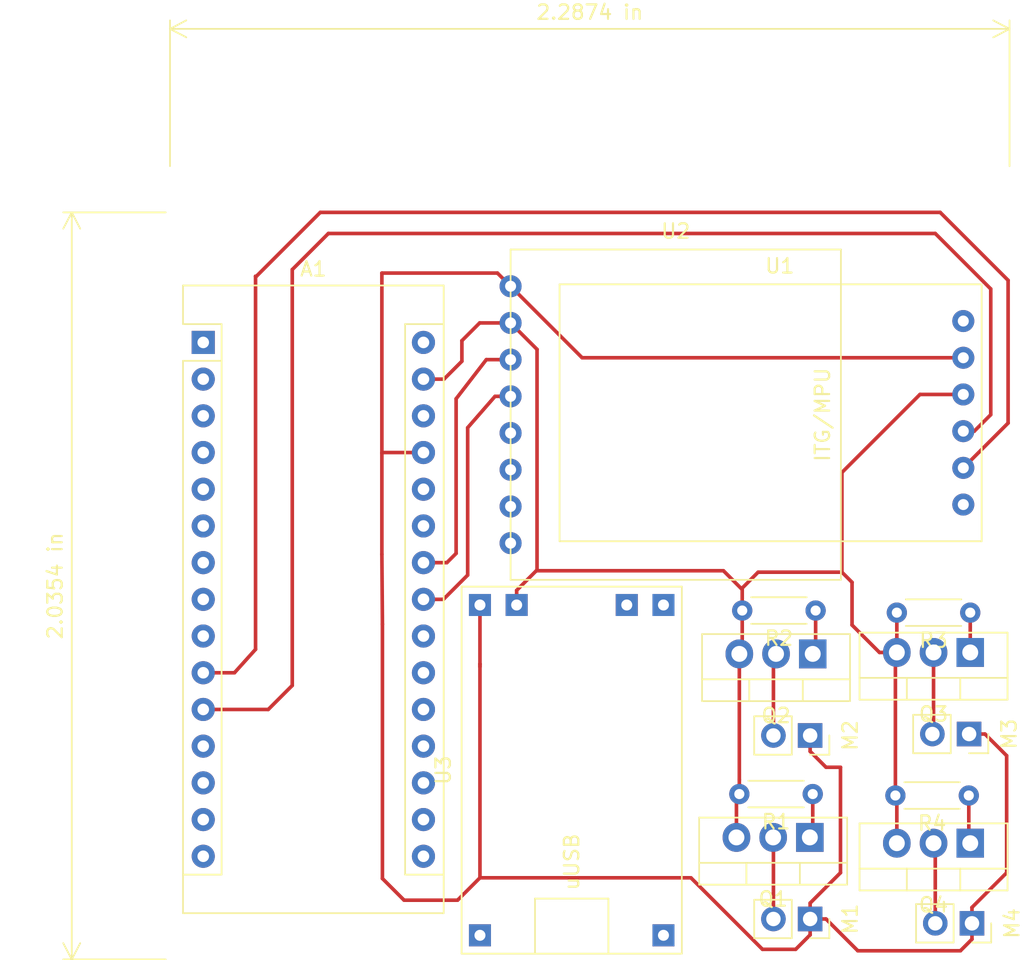
<source format=kicad_pcb>
(kicad_pcb (version 20171130) (host pcbnew "(5.1.2)-2")

  (general
    (thickness 1.6)
    (drawings 2)
    (tracks 116)
    (zones 0)
    (modules 16)
    (nets 49)
  )

  (page A4)
  (layers
    (0 F.Cu signal)
    (31 B.Cu signal hide)
    (32 B.Adhes user hide)
    (33 F.Adhes user hide)
    (34 B.Paste user hide)
    (35 F.Paste user hide)
    (36 B.SilkS user hide)
    (37 F.SilkS user)
    (38 B.Mask user hide)
    (39 F.Mask user hide)
    (40 Dwgs.User user hide)
    (41 Cmts.User user hide)
    (42 Eco1.User user hide)
    (43 Eco2.User user hide)
    (44 Edge.Cuts user hide)
    (45 Margin user hide)
    (46 B.CrtYd user hide)
    (47 F.CrtYd user hide)
    (48 B.Fab user hide)
    (49 F.Fab user hide)
  )

  (setup
    (last_trace_width 0.25)
    (trace_clearance 0.2)
    (zone_clearance 0.508)
    (zone_45_only no)
    (trace_min 0.2)
    (via_size 0.8)
    (via_drill 0.4)
    (via_min_size 0.4)
    (via_min_drill 0.3)
    (uvia_size 0.3)
    (uvia_drill 0.1)
    (uvias_allowed no)
    (uvia_min_size 0.2)
    (uvia_min_drill 0.1)
    (edge_width 0.05)
    (segment_width 0.2)
    (pcb_text_width 0.3)
    (pcb_text_size 1.5 1.5)
    (mod_edge_width 0.12)
    (mod_text_size 1 1)
    (mod_text_width 0.15)
    (pad_size 1.7 1.7)
    (pad_drill 1)
    (pad_to_mask_clearance 0.051)
    (solder_mask_min_width 0.25)
    (aux_axis_origin 0 0)
    (visible_elements 7FFFFFFF)
    (pcbplotparams
      (layerselection 0x010fc_ffffffff)
      (usegerberextensions false)
      (usegerberattributes false)
      (usegerberadvancedattributes false)
      (creategerberjobfile false)
      (excludeedgelayer true)
      (linewidth 0.100000)
      (plotframeref false)
      (viasonmask false)
      (mode 1)
      (useauxorigin false)
      (hpglpennumber 1)
      (hpglpenspeed 20)
      (hpglpendiameter 15.000000)
      (psnegative false)
      (psa4output false)
      (plotreference true)
      (plotvalue true)
      (plotinvisibletext false)
      (padsonsilk false)
      (subtractmaskfromsilk false)
      (outputformat 1)
      (mirror false)
      (drillshape 1)
      (scaleselection 1)
      (outputdirectory ""))
  )

  (net 0 "")
  (net 1 "Net-(A1-Pad16)")
  (net 2 "Net-(A1-Pad15)")
  (net 3 "Net-(A1-Pad30)")
  (net 4 "Net-(A1-Pad14)")
  (net 5 "Net-(A1-Pad29)")
  (net 6 "Net-(A1-Pad13)")
  (net 7 "Net-(A1-Pad28)")
  (net 8 "Net-(A1-Pad12)")
  (net 9 "Net-(A1-Pad27)")
  (net 10 "Net-(A1-Pad11)")
  (net 11 "Net-(A1-Pad26)")
  (net 12 "Net-(A1-Pad10)")
  (net 13 "Net-(A1-Pad25)")
  (net 14 "Net-(A1-Pad9)")
  (net 15 "Net-(A1-Pad24)")
  (net 16 "Net-(A1-Pad8)")
  (net 17 "Net-(A1-Pad23)")
  (net 18 "Net-(A1-Pad7)")
  (net 19 "Net-(A1-Pad22)")
  (net 20 "Net-(A1-Pad6)")
  (net 21 "Net-(A1-Pad21)")
  (net 22 "Net-(A1-Pad5)")
  (net 23 "Net-(A1-Pad20)")
  (net 24 "Net-(A1-Pad4)")
  (net 25 "Net-(A1-Pad19)")
  (net 26 "Net-(A1-Pad3)")
  (net 27 "Net-(A1-Pad18)")
  (net 28 "Net-(A1-Pad2)")
  (net 29 "Net-(A1-Pad17)")
  (net 30 "Net-(A1-Pad1)")
  (net 31 "Net-(U1-Pad6)")
  (net 32 "Net-(U1-Pad1)")
  (net 33 "Net-(M1-Pad2)")
  (net 34 "Net-(Q1-Pad1)")
  (net 35 "Net-(M2-Pad2)")
  (net 36 "Net-(Q2-Pad1)")
  (net 37 "Net-(M3-Pad2)")
  (net 38 "Net-(Q3-Pad1)")
  (net 39 "Net-(M4-Pad2)")
  (net 40 "Net-(Q4-Pad1)")
  (net 41 "Net-(U2-Pad8)")
  (net 42 "Net-(U2-Pad7)")
  (net 43 "Net-(U2-Pad6)")
  (net 44 "Net-(U2-Pad5)")
  (net 45 "Net-(U3-Pad6)")
  (net 46 "Net-(U3-Pad5)")
  (net 47 GNDA)
  (net 48 +5V)

  (net_class Default "This is the default net class."
    (clearance 0.2)
    (trace_width 0.25)
    (via_dia 0.8)
    (via_drill 0.4)
    (uvia_dia 0.3)
    (uvia_drill 0.1)
    (add_net +5V)
    (add_net GNDA)
    (add_net "Net-(A1-Pad1)")
    (add_net "Net-(A1-Pad10)")
    (add_net "Net-(A1-Pad11)")
    (add_net "Net-(A1-Pad12)")
    (add_net "Net-(A1-Pad13)")
    (add_net "Net-(A1-Pad14)")
    (add_net "Net-(A1-Pad15)")
    (add_net "Net-(A1-Pad16)")
    (add_net "Net-(A1-Pad17)")
    (add_net "Net-(A1-Pad18)")
    (add_net "Net-(A1-Pad19)")
    (add_net "Net-(A1-Pad2)")
    (add_net "Net-(A1-Pad20)")
    (add_net "Net-(A1-Pad21)")
    (add_net "Net-(A1-Pad22)")
    (add_net "Net-(A1-Pad23)")
    (add_net "Net-(A1-Pad24)")
    (add_net "Net-(A1-Pad25)")
    (add_net "Net-(A1-Pad26)")
    (add_net "Net-(A1-Pad27)")
    (add_net "Net-(A1-Pad28)")
    (add_net "Net-(A1-Pad29)")
    (add_net "Net-(A1-Pad3)")
    (add_net "Net-(A1-Pad30)")
    (add_net "Net-(A1-Pad4)")
    (add_net "Net-(A1-Pad5)")
    (add_net "Net-(A1-Pad6)")
    (add_net "Net-(A1-Pad7)")
    (add_net "Net-(A1-Pad8)")
    (add_net "Net-(A1-Pad9)")
    (add_net "Net-(M1-Pad2)")
    (add_net "Net-(M2-Pad2)")
    (add_net "Net-(M3-Pad2)")
    (add_net "Net-(M4-Pad2)")
    (add_net "Net-(Q1-Pad1)")
    (add_net "Net-(Q2-Pad1)")
    (add_net "Net-(Q3-Pad1)")
    (add_net "Net-(Q4-Pad1)")
    (add_net "Net-(U1-Pad1)")
    (add_net "Net-(U1-Pad6)")
    (add_net "Net-(U2-Pad5)")
    (add_net "Net-(U2-Pad6)")
    (add_net "Net-(U2-Pad7)")
    (add_net "Net-(U2-Pad8)")
    (add_net "Net-(U3-Pad5)")
    (add_net "Net-(U3-Pad6)")
  )

  (module LuboJ_footprints:HC-06 (layer F.Cu) (tedit 5EAC11C8) (tstamp 5EAB62E0)
    (at 154.5 41.7 180)
    (path /5EAB458E)
    (fp_text reference U1 (at 0 8.89 180) (layer F.SilkS)
      (effects (font (size 1 1) (thickness 0.15)))
    )
    (fp_text value HC-06 (at 0 -11.43 180) (layer F.Fab)
      (effects (font (size 1 1) (thickness 0.15)))
    )
    (fp_line (start -13.97 7.62) (end -13.97 -10.16) (layer F.SilkS) (width 0.12))
    (fp_line (start 15.24 7.62) (end -13.97 7.62) (layer F.SilkS) (width 0.12))
    (fp_line (start 15.24 -10.16) (end 15.24 7.62) (layer F.SilkS) (width 0.12))
    (fp_line (start -13.97 -10.16) (end 15.24 -10.16) (layer F.SilkS) (width 0.12))
    (pad 6 thru_hole circle (at -12.7 5.08 180) (size 1.524 1.524) (drill 0.762) (layers *.Cu *.Mask)
      (net 31 "Net-(U1-Pad6)"))
    (pad 5 thru_hole circle (at -12.7 2.54 180) (size 1.524 1.524) (drill 0.762) (layers *.Cu *.Mask)
      (net 9 "Net-(A1-Pad27)"))
    (pad 4 thru_hole circle (at -12.7 0 180) (size 1.524 1.524) (drill 0.762) (layers *.Cu *.Mask)
      (net 5 "Net-(A1-Pad29)"))
    (pad 3 thru_hole circle (at -12.7 -2.54 180) (size 1.524 1.524) (drill 0.762) (layers *.Cu *.Mask)
      (net 10 "Net-(A1-Pad11)"))
    (pad 2 thru_hole circle (at -12.7 -5.08 180) (size 1.524 1.524) (drill 0.762) (layers *.Cu *.Mask)
      (net 12 "Net-(A1-Pad10)"))
    (pad 1 thru_hole circle (at -12.7 -7.62 180) (size 1.524 1.524) (drill 0.762) (layers *.Cu *.Mask)
      (net 32 "Net-(U1-Pad1)"))
    (model C:/Users/H364387/Documents/KiCad/LuboJ_libs/hc-06/BluetoothModul_HC06.wrl
      (offset (xyz 0 1.5 2))
      (scale (xyz 0.3 0.3 0.4))
      (rotate (xyz 0 0 0))
    )
    (model C:/Users/H364387/Documents/KiCad/LuboJ_libs/3d_models/hc-06/BluetoothModul_HC06.wrl
      (offset (xyz 0 1.5 2))
      (scale (xyz 0.3 0.3 0.4))
      (rotate (xyz -90 0 0))
    )
  )

  (module LuboJ_footprints:Arduino_Nano (layer F.Cu) (tedit 5EAC1100) (tstamp 5EAB6589)
    (at 114.6 38.1)
    (descr "Arduino Nano, http://www.mouser.com/pdfdocs/Gravitech_Arduino_Nano3_0.pdf")
    (tags "Arduino Nano")
    (path /5EAAFDA2)
    (fp_text reference A1 (at 7.62 -5.08) (layer F.SilkS)
      (effects (font (size 1 1) (thickness 0.15)))
    )
    (fp_text value Arduino_Nano_v2.x (at 8.89 19.05 90) (layer F.Fab)
      (effects (font (size 1 1) (thickness 0.15)))
    )
    (fp_line (start 16.75 42.16) (end -1.53 42.16) (layer F.CrtYd) (width 0.05))
    (fp_line (start 16.75 42.16) (end 16.75 -4.06) (layer F.CrtYd) (width 0.05))
    (fp_line (start -1.53 -4.06) (end -1.53 42.16) (layer F.CrtYd) (width 0.05))
    (fp_line (start -1.53 -4.06) (end 16.75 -4.06) (layer F.CrtYd) (width 0.05))
    (fp_line (start 16.51 -3.81) (end 16.51 39.37) (layer F.Fab) (width 0.1))
    (fp_line (start 0 -3.81) (end 16.51 -3.81) (layer F.Fab) (width 0.1))
    (fp_line (start -1.27 -2.54) (end 0 -3.81) (layer F.Fab) (width 0.1))
    (fp_line (start -1.27 39.37) (end -1.27 -2.54) (layer F.Fab) (width 0.1))
    (fp_line (start 16.51 39.37) (end -1.27 39.37) (layer F.Fab) (width 0.1))
    (fp_line (start 16.64 -3.94) (end -1.4 -3.94) (layer F.SilkS) (width 0.12))
    (fp_line (start 16.64 39.5) (end 16.64 -3.94) (layer F.SilkS) (width 0.12))
    (fp_line (start -1.4 39.5) (end 16.64 39.5) (layer F.SilkS) (width 0.12))
    (fp_line (start 3.81 41.91) (end 3.81 31.75) (layer F.Fab) (width 0.1))
    (fp_line (start 11.43 41.91) (end 3.81 41.91) (layer F.Fab) (width 0.1))
    (fp_line (start 11.43 31.75) (end 11.43 41.91) (layer F.Fab) (width 0.1))
    (fp_line (start 3.81 31.75) (end 11.43 31.75) (layer F.Fab) (width 0.1))
    (fp_line (start 1.27 36.83) (end -1.4 36.83) (layer F.SilkS) (width 0.12))
    (fp_line (start 1.27 1.27) (end 1.27 36.83) (layer F.SilkS) (width 0.12))
    (fp_line (start 1.27 1.27) (end -1.4 1.27) (layer F.SilkS) (width 0.12))
    (fp_line (start 13.97 36.83) (end 16.64 36.83) (layer F.SilkS) (width 0.12))
    (fp_line (start 13.97 -1.27) (end 13.97 36.83) (layer F.SilkS) (width 0.12))
    (fp_line (start 13.97 -1.27) (end 16.64 -1.27) (layer F.SilkS) (width 0.12))
    (fp_line (start -1.4 -3.94) (end -1.4 -1.27) (layer F.SilkS) (width 0.12))
    (fp_line (start -1.4 1.27) (end -1.4 39.5) (layer F.SilkS) (width 0.12))
    (fp_line (start 1.27 -1.27) (end -1.4 -1.27) (layer F.SilkS) (width 0.12))
    (fp_line (start 1.27 1.27) (end 1.27 -1.27) (layer F.SilkS) (width 0.12))
    (fp_text user %R (at 6.35 19.05 90) (layer F.Fab)
      (effects (font (size 1 1) (thickness 0.15)))
    )
    (pad 16 thru_hole oval (at 15.24 35.56) (size 1.6 1.6) (drill 0.8) (layers *.Cu *.Mask)
      (net 1 "Net-(A1-Pad16)"))
    (pad 15 thru_hole oval (at 0 35.56) (size 1.6 1.6) (drill 0.8) (layers *.Cu *.Mask)
      (net 2 "Net-(A1-Pad15)"))
    (pad 30 thru_hole oval (at 15.24 0) (size 1.6 1.6) (drill 0.8) (layers *.Cu *.Mask)
      (net 3 "Net-(A1-Pad30)"))
    (pad 14 thru_hole oval (at 0 33.02) (size 1.6 1.6) (drill 0.8) (layers *.Cu *.Mask)
      (net 4 "Net-(A1-Pad14)"))
    (pad 29 thru_hole oval (at 15.24 2.54) (size 1.6 1.6) (drill 0.8) (layers *.Cu *.Mask)
      (net 5 "Net-(A1-Pad29)"))
    (pad 13 thru_hole oval (at 0 30.48) (size 1.6 1.6) (drill 0.8) (layers *.Cu *.Mask)
      (net 6 "Net-(A1-Pad13)"))
    (pad 28 thru_hole oval (at 15.24 5.08) (size 1.6 1.6) (drill 0.8) (layers *.Cu *.Mask)
      (net 7 "Net-(A1-Pad28)"))
    (pad 12 thru_hole oval (at 0 27.94) (size 1.6 1.6) (drill 0.8) (layers *.Cu *.Mask)
      (net 8 "Net-(A1-Pad12)"))
    (pad 27 thru_hole oval (at 15.24 7.62) (size 1.6 1.6) (drill 0.8) (layers *.Cu *.Mask)
      (net 9 "Net-(A1-Pad27)"))
    (pad 11 thru_hole oval (at 0 25.4) (size 1.6 1.6) (drill 0.8) (layers *.Cu *.Mask)
      (net 10 "Net-(A1-Pad11)"))
    (pad 26 thru_hole oval (at 15.24 10.16) (size 1.6 1.6) (drill 0.8) (layers *.Cu *.Mask)
      (net 11 "Net-(A1-Pad26)"))
    (pad 10 thru_hole oval (at 0 22.86) (size 1.6 1.6) (drill 0.8) (layers *.Cu *.Mask)
      (net 12 "Net-(A1-Pad10)"))
    (pad 25 thru_hole oval (at 15.24 12.7) (size 1.6 1.6) (drill 0.8) (layers *.Cu *.Mask)
      (net 13 "Net-(A1-Pad25)"))
    (pad 9 thru_hole oval (at 0 20.32) (size 1.6 1.6) (drill 0.8) (layers *.Cu *.Mask)
      (net 14 "Net-(A1-Pad9)"))
    (pad 24 thru_hole oval (at 15.24 15.24) (size 1.6 1.6) (drill 0.8) (layers *.Cu *.Mask)
      (net 15 "Net-(A1-Pad24)"))
    (pad 8 thru_hole oval (at 0 17.78) (size 1.6 1.6) (drill 0.8) (layers *.Cu *.Mask)
      (net 16 "Net-(A1-Pad8)"))
    (pad 23 thru_hole oval (at 15.24 17.78) (size 1.6 1.6) (drill 0.8) (layers *.Cu *.Mask)
      (net 17 "Net-(A1-Pad23)"))
    (pad 7 thru_hole oval (at 0 15.24) (size 1.6 1.6) (drill 0.8) (layers *.Cu *.Mask)
      (net 18 "Net-(A1-Pad7)"))
    (pad 22 thru_hole oval (at 15.24 20.32) (size 1.6 1.6) (drill 0.8) (layers *.Cu *.Mask)
      (net 19 "Net-(A1-Pad22)"))
    (pad 6 thru_hole oval (at 0 12.7) (size 1.6 1.6) (drill 0.8) (layers *.Cu *.Mask)
      (net 20 "Net-(A1-Pad6)"))
    (pad 21 thru_hole oval (at 15.24 22.86) (size 1.6 1.6) (drill 0.8) (layers *.Cu *.Mask)
      (net 21 "Net-(A1-Pad21)"))
    (pad 5 thru_hole oval (at 0 10.16) (size 1.6 1.6) (drill 0.8) (layers *.Cu *.Mask)
      (net 22 "Net-(A1-Pad5)"))
    (pad 20 thru_hole oval (at 15.24 25.4) (size 1.6 1.6) (drill 0.8) (layers *.Cu *.Mask)
      (net 23 "Net-(A1-Pad20)"))
    (pad 4 thru_hole oval (at 0 7.62) (size 1.6 1.6) (drill 0.8) (layers *.Cu *.Mask)
      (net 24 "Net-(A1-Pad4)"))
    (pad 19 thru_hole oval (at 15.24 27.94) (size 1.6 1.6) (drill 0.8) (layers *.Cu *.Mask)
      (net 25 "Net-(A1-Pad19)"))
    (pad 3 thru_hole oval (at 0 5.08) (size 1.6 1.6) (drill 0.8) (layers *.Cu *.Mask)
      (net 26 "Net-(A1-Pad3)"))
    (pad 18 thru_hole oval (at 15.24 30.48) (size 1.6 1.6) (drill 0.8) (layers *.Cu *.Mask)
      (net 27 "Net-(A1-Pad18)"))
    (pad 2 thru_hole oval (at 0 2.54) (size 1.6 1.6) (drill 0.8) (layers *.Cu *.Mask)
      (net 28 "Net-(A1-Pad2)"))
    (pad 17 thru_hole oval (at 15.24 33.02) (size 1.6 1.6) (drill 0.8) (layers *.Cu *.Mask)
      (net 29 "Net-(A1-Pad17)"))
    (pad 1 thru_hole rect (at 0 0) (size 1.6 1.6) (drill 0.8) (layers *.Cu *.Mask)
      (net 30 "Net-(A1-Pad1)"))
    (model ${KISYS3DMOD}/Module.3dshapes/Arduino_Nano_WithMountingHoles.wrl
      (at (xyz 0 0 0))
      (scale (xyz 1 1 1))
      (rotate (xyz 0 0 0))
    )
    (model C:/Users/H364387/Documents/KiCad/LuboJ_libs/3d_models/arduino_nano/arduino_nano.wrl
      (offset (xyz 7.5 -17.7 2.5))
      (scale (xyz 0.385 0.385 0.385))
      (rotate (xyz -90 0 90))
    )
  )

  (module Resistor_THT:R_Axial_DIN0204_L3.6mm_D1.6mm_P5.08mm_Horizontal (layer F.Cu) (tedit 5AE5139B) (tstamp 5EAB7AA3)
    (at 167.580404 69.454416 180)
    (descr "Resistor, Axial_DIN0204 series, Axial, Horizontal, pin pitch=5.08mm, 0.167W, length*diameter=3.6*1.6mm^2, http://cdn-reichelt.de/documents/datenblatt/B400/1_4W%23YAG.pdf")
    (tags "Resistor Axial_DIN0204 series Axial Horizontal pin pitch 5.08mm 0.167W length 3.6mm diameter 1.6mm")
    (path /5EAD1BDA)
    (fp_text reference R4 (at 2.54 -1.92) (layer F.SilkS)
      (effects (font (size 1 1) (thickness 0.15)))
    )
    (fp_text value 100k (at 2.54 1.92) (layer F.Fab)
      (effects (font (size 1 1) (thickness 0.15)))
    )
    (fp_text user %R (at 2.54 0) (layer F.Fab)
      (effects (font (size 0.72 0.72) (thickness 0.108)))
    )
    (fp_line (start 6.03 -1.05) (end -0.95 -1.05) (layer F.CrtYd) (width 0.05))
    (fp_line (start 6.03 1.05) (end 6.03 -1.05) (layer F.CrtYd) (width 0.05))
    (fp_line (start -0.95 1.05) (end 6.03 1.05) (layer F.CrtYd) (width 0.05))
    (fp_line (start -0.95 -1.05) (end -0.95 1.05) (layer F.CrtYd) (width 0.05))
    (fp_line (start 0.62 0.92) (end 4.46 0.92) (layer F.SilkS) (width 0.12))
    (fp_line (start 0.62 -0.92) (end 4.46 -0.92) (layer F.SilkS) (width 0.12))
    (fp_line (start 5.08 0) (end 4.34 0) (layer F.Fab) (width 0.1))
    (fp_line (start 0 0) (end 0.74 0) (layer F.Fab) (width 0.1))
    (fp_line (start 4.34 -0.8) (end 0.74 -0.8) (layer F.Fab) (width 0.1))
    (fp_line (start 4.34 0.8) (end 4.34 -0.8) (layer F.Fab) (width 0.1))
    (fp_line (start 0.74 0.8) (end 4.34 0.8) (layer F.Fab) (width 0.1))
    (fp_line (start 0.74 -0.8) (end 0.74 0.8) (layer F.Fab) (width 0.1))
    (pad 2 thru_hole oval (at 5.08 0 180) (size 1.4 1.4) (drill 0.7) (layers *.Cu *.Mask)
      (net 5 "Net-(A1-Pad29)"))
    (pad 1 thru_hole circle (at 0 0 180) (size 1.4 1.4) (drill 0.7) (layers *.Cu *.Mask)
      (net 40 "Net-(Q4-Pad1)"))
    (model ${KISYS3DMOD}/Resistor_THT.3dshapes/R_Axial_DIN0204_L3.6mm_D1.6mm_P5.08mm_Horizontal.wrl
      (at (xyz 0 0 0))
      (scale (xyz 1 1 1))
      (rotate (xyz 0 0 0))
    )
  )

  (module Resistor_THT:R_Axial_DIN0204_L3.6mm_D1.6mm_P5.08mm_Horizontal (layer F.Cu) (tedit 5AE5139B) (tstamp 5EAB7A90)
    (at 167.680404 56.8 180)
    (descr "Resistor, Axial_DIN0204 series, Axial, Horizontal, pin pitch=5.08mm, 0.167W, length*diameter=3.6*1.6mm^2, http://cdn-reichelt.de/documents/datenblatt/B400/1_4W%23YAG.pdf")
    (tags "Resistor Axial_DIN0204 series Axial Horizontal pin pitch 5.08mm 0.167W length 3.6mm diameter 1.6mm")
    (path /5EAD18E8)
    (fp_text reference R3 (at 2.54 -1.92) (layer F.SilkS)
      (effects (font (size 1 1) (thickness 0.15)))
    )
    (fp_text value 100k (at 2.54 1.92) (layer F.Fab)
      (effects (font (size 1 1) (thickness 0.15)))
    )
    (fp_text user %R (at 2.54 0) (layer F.Fab)
      (effects (font (size 0.72 0.72) (thickness 0.108)))
    )
    (fp_line (start 6.03 -1.05) (end -0.95 -1.05) (layer F.CrtYd) (width 0.05))
    (fp_line (start 6.03 1.05) (end 6.03 -1.05) (layer F.CrtYd) (width 0.05))
    (fp_line (start -0.95 1.05) (end 6.03 1.05) (layer F.CrtYd) (width 0.05))
    (fp_line (start -0.95 -1.05) (end -0.95 1.05) (layer F.CrtYd) (width 0.05))
    (fp_line (start 0.62 0.92) (end 4.46 0.92) (layer F.SilkS) (width 0.12))
    (fp_line (start 0.62 -0.92) (end 4.46 -0.92) (layer F.SilkS) (width 0.12))
    (fp_line (start 5.08 0) (end 4.34 0) (layer F.Fab) (width 0.1))
    (fp_line (start 0 0) (end 0.74 0) (layer F.Fab) (width 0.1))
    (fp_line (start 4.34 -0.8) (end 0.74 -0.8) (layer F.Fab) (width 0.1))
    (fp_line (start 4.34 0.8) (end 4.34 -0.8) (layer F.Fab) (width 0.1))
    (fp_line (start 0.74 0.8) (end 4.34 0.8) (layer F.Fab) (width 0.1))
    (fp_line (start 0.74 -0.8) (end 0.74 0.8) (layer F.Fab) (width 0.1))
    (pad 2 thru_hole oval (at 5.08 0 180) (size 1.4 1.4) (drill 0.7) (layers *.Cu *.Mask)
      (net 5 "Net-(A1-Pad29)"))
    (pad 1 thru_hole circle (at 0 0 180) (size 1.4 1.4) (drill 0.7) (layers *.Cu *.Mask)
      (net 38 "Net-(Q3-Pad1)"))
    (model ${KISYS3DMOD}/Resistor_THT.3dshapes/R_Axial_DIN0204_L3.6mm_D1.6mm_P5.08mm_Horizontal.wrl
      (at (xyz 0 0 0))
      (scale (xyz 1 1 1))
      (rotate (xyz 0 0 0))
    )
  )

  (module Resistor_THT:R_Axial_DIN0204_L3.6mm_D1.6mm_P5.08mm_Horizontal (layer F.Cu) (tedit 5AE5139B) (tstamp 5EAB7A7D)
    (at 156.980404 56.654415 180)
    (descr "Resistor, Axial_DIN0204 series, Axial, Horizontal, pin pitch=5.08mm, 0.167W, length*diameter=3.6*1.6mm^2, http://cdn-reichelt.de/documents/datenblatt/B400/1_4W%23YAG.pdf")
    (tags "Resistor Axial_DIN0204 series Axial Horizontal pin pitch 5.08mm 0.167W length 3.6mm diameter 1.6mm")
    (path /5EAD1258)
    (fp_text reference R2 (at 2.54 -1.92) (layer F.SilkS)
      (effects (font (size 1 1) (thickness 0.15)))
    )
    (fp_text value 100k (at 2.54 1.92) (layer F.Fab)
      (effects (font (size 1 1) (thickness 0.15)))
    )
    (fp_text user %R (at 2.54 0) (layer F.Fab)
      (effects (font (size 0.72 0.72) (thickness 0.108)))
    )
    (fp_line (start 6.03 -1.05) (end -0.95 -1.05) (layer F.CrtYd) (width 0.05))
    (fp_line (start 6.03 1.05) (end 6.03 -1.05) (layer F.CrtYd) (width 0.05))
    (fp_line (start -0.95 1.05) (end 6.03 1.05) (layer F.CrtYd) (width 0.05))
    (fp_line (start -0.95 -1.05) (end -0.95 1.05) (layer F.CrtYd) (width 0.05))
    (fp_line (start 0.62 0.92) (end 4.46 0.92) (layer F.SilkS) (width 0.12))
    (fp_line (start 0.62 -0.92) (end 4.46 -0.92) (layer F.SilkS) (width 0.12))
    (fp_line (start 5.08 0) (end 4.34 0) (layer F.Fab) (width 0.1))
    (fp_line (start 0 0) (end 0.74 0) (layer F.Fab) (width 0.1))
    (fp_line (start 4.34 -0.8) (end 0.74 -0.8) (layer F.Fab) (width 0.1))
    (fp_line (start 4.34 0.8) (end 4.34 -0.8) (layer F.Fab) (width 0.1))
    (fp_line (start 0.74 0.8) (end 4.34 0.8) (layer F.Fab) (width 0.1))
    (fp_line (start 0.74 -0.8) (end 0.74 0.8) (layer F.Fab) (width 0.1))
    (pad 2 thru_hole oval (at 5.08 0 180) (size 1.4 1.4) (drill 0.7) (layers *.Cu *.Mask)
      (net 5 "Net-(A1-Pad29)"))
    (pad 1 thru_hole circle (at 0 0 180) (size 1.4 1.4) (drill 0.7) (layers *.Cu *.Mask)
      (net 36 "Net-(Q2-Pad1)"))
    (model ${KISYS3DMOD}/Resistor_THT.3dshapes/R_Axial_DIN0204_L3.6mm_D1.6mm_P5.08mm_Horizontal.wrl
      (at (xyz 0 0 0))
      (scale (xyz 1 1 1))
      (rotate (xyz 0 0 0))
    )
  )

  (module Resistor_THT:R_Axial_DIN0204_L3.6mm_D1.6mm_P5.08mm_Horizontal (layer F.Cu) (tedit 5AE5139B) (tstamp 5EAB7A6A)
    (at 156.780404 69.354416 180)
    (descr "Resistor, Axial_DIN0204 series, Axial, Horizontal, pin pitch=5.08mm, 0.167W, length*diameter=3.6*1.6mm^2, http://cdn-reichelt.de/documents/datenblatt/B400/1_4W%23YAG.pdf")
    (tags "Resistor Axial_DIN0204 series Axial Horizontal pin pitch 5.08mm 0.167W length 3.6mm diameter 1.6mm")
    (path /5EAD0721)
    (fp_text reference R1 (at 2.54 -1.92) (layer F.SilkS)
      (effects (font (size 1 1) (thickness 0.15)))
    )
    (fp_text value 100k (at 2.54 1.92) (layer F.Fab)
      (effects (font (size 1 1) (thickness 0.15)))
    )
    (fp_text user %R (at 2.54 0) (layer F.Fab)
      (effects (font (size 0.72 0.72) (thickness 0.108)))
    )
    (fp_line (start 6.03 -1.05) (end -0.95 -1.05) (layer F.CrtYd) (width 0.05))
    (fp_line (start 6.03 1.05) (end 6.03 -1.05) (layer F.CrtYd) (width 0.05))
    (fp_line (start -0.95 1.05) (end 6.03 1.05) (layer F.CrtYd) (width 0.05))
    (fp_line (start -0.95 -1.05) (end -0.95 1.05) (layer F.CrtYd) (width 0.05))
    (fp_line (start 0.62 0.92) (end 4.46 0.92) (layer F.SilkS) (width 0.12))
    (fp_line (start 0.62 -0.92) (end 4.46 -0.92) (layer F.SilkS) (width 0.12))
    (fp_line (start 5.08 0) (end 4.34 0) (layer F.Fab) (width 0.1))
    (fp_line (start 0 0) (end 0.74 0) (layer F.Fab) (width 0.1))
    (fp_line (start 4.34 -0.8) (end 0.74 -0.8) (layer F.Fab) (width 0.1))
    (fp_line (start 4.34 0.8) (end 4.34 -0.8) (layer F.Fab) (width 0.1))
    (fp_line (start 0.74 0.8) (end 4.34 0.8) (layer F.Fab) (width 0.1))
    (fp_line (start 0.74 -0.8) (end 0.74 0.8) (layer F.Fab) (width 0.1))
    (pad 2 thru_hole oval (at 5.08 0 180) (size 1.4 1.4) (drill 0.7) (layers *.Cu *.Mask)
      (net 5 "Net-(A1-Pad29)"))
    (pad 1 thru_hole circle (at 0 0 180) (size 1.4 1.4) (drill 0.7) (layers *.Cu *.Mask)
      (net 34 "Net-(Q1-Pad1)"))
    (model ${KISYS3DMOD}/Resistor_THT.3dshapes/R_Axial_DIN0204_L3.6mm_D1.6mm_P5.08mm_Horizontal.wrl
      (at (xyz 0 0 0))
      (scale (xyz 1 1 1))
      (rotate (xyz 0 0 0))
    )
  )

  (module Connector_PinSocket_2.54mm:PinSocket_1x02_P2.54mm_Vertical (layer F.Cu) (tedit 5A19A420) (tstamp 5EAB7E9E)
    (at 167.8 78.3 270)
    (descr "Through hole straight socket strip, 1x02, 2.54mm pitch, single row (from Kicad 4.0.7), script generated")
    (tags "Through hole socket strip THT 1x02 2.54mm single row")
    (path /5EABE10F)
    (fp_text reference M4 (at 0 -2.77 90) (layer F.SilkS)
      (effects (font (size 1 1) (thickness 0.15)))
    )
    (fp_text value Motor_DC (at 0 5.31 90) (layer F.Fab)
      (effects (font (size 1 1) (thickness 0.15)))
    )
    (fp_text user %R (at 0.57 1.55) (layer F.Fab)
      (effects (font (size 1 1) (thickness 0.15)))
    )
    (fp_line (start -1.8 4.3) (end -1.8 -1.8) (layer F.CrtYd) (width 0.05))
    (fp_line (start 1.75 4.3) (end -1.8 4.3) (layer F.CrtYd) (width 0.05))
    (fp_line (start 1.75 -1.8) (end 1.75 4.3) (layer F.CrtYd) (width 0.05))
    (fp_line (start -1.8 -1.8) (end 1.75 -1.8) (layer F.CrtYd) (width 0.05))
    (fp_line (start 0 -1.33) (end 1.33 -1.33) (layer F.SilkS) (width 0.12))
    (fp_line (start 1.33 -1.33) (end 1.33 0) (layer F.SilkS) (width 0.12))
    (fp_line (start 1.33 1.27) (end 1.33 3.87) (layer F.SilkS) (width 0.12))
    (fp_line (start -1.33 3.87) (end 1.33 3.87) (layer F.SilkS) (width 0.12))
    (fp_line (start -1.33 1.27) (end -1.33 3.87) (layer F.SilkS) (width 0.12))
    (fp_line (start -1.33 1.27) (end 1.33 1.27) (layer F.SilkS) (width 0.12))
    (fp_line (start -1.27 3.81) (end -1.27 -1.27) (layer F.Fab) (width 0.1))
    (fp_line (start 1.27 3.81) (end -1.27 3.81) (layer F.Fab) (width 0.1))
    (fp_line (start 1.27 -0.635) (end 1.27 3.81) (layer F.Fab) (width 0.1))
    (fp_line (start 0.635 -1.27) (end 1.27 -0.635) (layer F.Fab) (width 0.1))
    (fp_line (start -1.27 -1.27) (end 0.635 -1.27) (layer F.Fab) (width 0.1))
    (pad 2 thru_hole oval (at 0 2.54 270) (size 1.7 1.7) (drill 1) (layers *.Cu *.Mask)
      (net 39 "Net-(M4-Pad2)"))
    (pad 1 thru_hole rect (at 0 0 270) (size 1.7 1.7) (drill 1) (layers *.Cu *.Mask)
      (net 9 "Net-(A1-Pad27)"))
    (model ${KISYS3DMOD}/Connector_PinSocket_2.54mm.3dshapes/PinSocket_1x02_P2.54mm_Vertical.wrl
      (at (xyz 0 0 0))
      (scale (xyz 1 1 1))
      (rotate (xyz 0 0 0))
    )
  )

  (module Connector_PinSocket_2.54mm:PinSocket_1x02_P2.54mm_Vertical (layer F.Cu) (tedit 5A19A420) (tstamp 5EAB7979)
    (at 167.6 65.2 270)
    (descr "Through hole straight socket strip, 1x02, 2.54mm pitch, single row (from Kicad 4.0.7), script generated")
    (tags "Through hole socket strip THT 1x02 2.54mm single row")
    (path /5EABDA56)
    (fp_text reference M3 (at 0 -2.77 90) (layer F.SilkS)
      (effects (font (size 1 1) (thickness 0.15)))
    )
    (fp_text value Motor_DC (at 0 5.31 90) (layer F.Fab)
      (effects (font (size 1 1) (thickness 0.15)))
    )
    (fp_text user %R (at 0 1.27) (layer F.Fab)
      (effects (font (size 1 1) (thickness 0.15)))
    )
    (fp_line (start -1.8 4.3) (end -1.8 -1.8) (layer F.CrtYd) (width 0.05))
    (fp_line (start 1.75 4.3) (end -1.8 4.3) (layer F.CrtYd) (width 0.05))
    (fp_line (start 1.75 -1.8) (end 1.75 4.3) (layer F.CrtYd) (width 0.05))
    (fp_line (start -1.8 -1.8) (end 1.75 -1.8) (layer F.CrtYd) (width 0.05))
    (fp_line (start 0 -1.33) (end 1.33 -1.33) (layer F.SilkS) (width 0.12))
    (fp_line (start 1.33 -1.33) (end 1.33 0) (layer F.SilkS) (width 0.12))
    (fp_line (start 1.33 1.27) (end 1.33 3.87) (layer F.SilkS) (width 0.12))
    (fp_line (start -1.33 3.87) (end 1.33 3.87) (layer F.SilkS) (width 0.12))
    (fp_line (start -1.33 1.27) (end -1.33 3.87) (layer F.SilkS) (width 0.12))
    (fp_line (start -1.33 1.27) (end 1.33 1.27) (layer F.SilkS) (width 0.12))
    (fp_line (start -1.27 3.81) (end -1.27 -1.27) (layer F.Fab) (width 0.1))
    (fp_line (start 1.27 3.81) (end -1.27 3.81) (layer F.Fab) (width 0.1))
    (fp_line (start 1.27 -0.635) (end 1.27 3.81) (layer F.Fab) (width 0.1))
    (fp_line (start 0.635 -1.27) (end 1.27 -0.635) (layer F.Fab) (width 0.1))
    (fp_line (start -1.27 -1.27) (end 0.635 -1.27) (layer F.Fab) (width 0.1))
    (pad 2 thru_hole oval (at 0 2.54 270) (size 1.7 1.7) (drill 1) (layers *.Cu *.Mask)
      (net 37 "Net-(M3-Pad2)"))
    (pad 1 thru_hole rect (at 0 0 270) (size 1.7 1.7) (drill 1) (layers *.Cu *.Mask)
      (net 9 "Net-(A1-Pad27)"))
    (model ${KISYS3DMOD}/Connector_PinSocket_2.54mm.3dshapes/PinSocket_1x02_P2.54mm_Vertical.wrl
      (at (xyz 0 0 0))
      (scale (xyz 1 1 1))
      (rotate (xyz 0 0 0))
    )
  )

  (module Connector_PinSocket_2.54mm:PinSocket_1x02_P2.54mm_Vertical (layer F.Cu) (tedit 5EAB3800) (tstamp 5EAB7963)
    (at 156.6 65.3 270)
    (descr "Through hole straight socket strip, 1x02, 2.54mm pitch, single row (from Kicad 4.0.7), script generated")
    (tags "Through hole socket strip THT 1x02 2.54mm single row")
    (path /5EABD46D)
    (fp_text reference M2 (at 0 -2.77 90) (layer F.SilkS)
      (effects (font (size 1 1) (thickness 0.15)))
    )
    (fp_text value Motor_DC (at 0 5.31 90) (layer F.Fab)
      (effects (font (size 1 1) (thickness 0.15)))
    )
    (fp_text user %R (at 0 1.27) (layer F.Fab)
      (effects (font (size 1 1) (thickness 0.15)))
    )
    (fp_line (start -1.8 4.3) (end -1.8 -1.8) (layer F.CrtYd) (width 0.05))
    (fp_line (start 1.75 4.3) (end -1.8 4.3) (layer F.CrtYd) (width 0.05))
    (fp_line (start 1.75 -1.8) (end 1.75 4.3) (layer F.CrtYd) (width 0.05))
    (fp_line (start -1.8 -1.8) (end 1.75 -1.8) (layer F.CrtYd) (width 0.05))
    (fp_line (start 0 -1.33) (end 1.33 -1.33) (layer F.SilkS) (width 0.12))
    (fp_line (start 1.33 -1.33) (end 1.33 0) (layer F.SilkS) (width 0.12))
    (fp_line (start 1.33 1.27) (end 1.33 3.87) (layer F.SilkS) (width 0.12))
    (fp_line (start -1.33 3.87) (end 1.33 3.87) (layer F.SilkS) (width 0.12))
    (fp_line (start -1.33 1.27) (end -1.33 3.87) (layer F.SilkS) (width 0.12))
    (fp_line (start -1.33 1.27) (end 1.33 1.27) (layer F.SilkS) (width 0.12))
    (fp_line (start -1.27 3.81) (end -1.27 -1.27) (layer F.Fab) (width 0.1))
    (fp_line (start 1.27 3.81) (end -1.27 3.81) (layer F.Fab) (width 0.1))
    (fp_line (start 1.27 -0.635) (end 1.27 3.81) (layer F.Fab) (width 0.1))
    (fp_line (start 0.635 -1.27) (end 1.27 -0.635) (layer F.Fab) (width 0.1))
    (fp_line (start -1.27 -1.27) (end 0.635 -1.27) (layer F.Fab) (width 0.1))
    (pad 2 thru_hole oval (at 0 2.54 270) (size 1.7 1.7) (drill 1) (layers *.Cu *.Mask)
      (net 35 "Net-(M2-Pad2)"))
    (pad 1 thru_hole rect (at 0 0 270) (size 1.7 1.7) (drill 1) (layers *.Cu *.Mask)
      (net 9 "Net-(A1-Pad27)"))
    (model ${KISYS3DMOD}/Connector_PinSocket_2.54mm.3dshapes/PinSocket_1x02_P2.54mm_Vertical.wrl
      (at (xyz 0 0 0))
      (scale (xyz 1 1 1))
      (rotate (xyz 0 0 0))
    )
  )

  (module Connector_PinSocket_2.54mm:PinSocket_1x02_P2.54mm_Vertical (layer F.Cu) (tedit 5A19A420) (tstamp 5EAB794D)
    (at 156.6 78 270)
    (descr "Through hole straight socket strip, 1x02, 2.54mm pitch, single row (from Kicad 4.0.7), script generated")
    (tags "Through hole socket strip THT 1x02 2.54mm single row")
    (path /5EABDDDC)
    (fp_text reference M1 (at 0 -2.77 90) (layer F.SilkS)
      (effects (font (size 1 1) (thickness 0.15)))
    )
    (fp_text value Motor_DC (at 0 5.31 90) (layer F.Fab)
      (effects (font (size 1 1) (thickness 0.15)))
    )
    (fp_text user %R (at 0 1.27) (layer F.Fab)
      (effects (font (size 1 1) (thickness 0.15)))
    )
    (fp_line (start -1.8 4.3) (end -1.8 -1.8) (layer F.CrtYd) (width 0.05))
    (fp_line (start 1.75 4.3) (end -1.8 4.3) (layer F.CrtYd) (width 0.05))
    (fp_line (start 1.75 -1.8) (end 1.75 4.3) (layer F.CrtYd) (width 0.05))
    (fp_line (start -1.8 -1.8) (end 1.75 -1.8) (layer F.CrtYd) (width 0.05))
    (fp_line (start 0 -1.33) (end 1.33 -1.33) (layer F.SilkS) (width 0.12))
    (fp_line (start 1.33 -1.33) (end 1.33 0) (layer F.SilkS) (width 0.12))
    (fp_line (start 1.33 1.27) (end 1.33 3.87) (layer F.SilkS) (width 0.12))
    (fp_line (start -1.33 3.87) (end 1.33 3.87) (layer F.SilkS) (width 0.12))
    (fp_line (start -1.33 1.27) (end -1.33 3.87) (layer F.SilkS) (width 0.12))
    (fp_line (start -1.33 1.27) (end 1.33 1.27) (layer F.SilkS) (width 0.12))
    (fp_line (start -1.27 3.81) (end -1.27 -1.27) (layer F.Fab) (width 0.1))
    (fp_line (start 1.27 3.81) (end -1.27 3.81) (layer F.Fab) (width 0.1))
    (fp_line (start 1.27 -0.635) (end 1.27 3.81) (layer F.Fab) (width 0.1))
    (fp_line (start 0.635 -1.27) (end 1.27 -0.635) (layer F.Fab) (width 0.1))
    (fp_line (start -1.27 -1.27) (end 0.635 -1.27) (layer F.Fab) (width 0.1))
    (pad 2 thru_hole oval (at 0 2.54 270) (size 1.7 1.7) (drill 1) (layers *.Cu *.Mask)
      (net 33 "Net-(M1-Pad2)"))
    (pad 1 thru_hole rect (at 0 0 270) (size 1.7 1.7) (drill 1) (layers *.Cu *.Mask)
      (net 9 "Net-(A1-Pad27)"))
    (model ${KISYS3DMOD}/Connector_PinSocket_2.54mm.3dshapes/PinSocket_1x02_P2.54mm_Vertical.wrl
      (at (xyz 0 0 0))
      (scale (xyz 1 1 1))
      (rotate (xyz 0 0 0))
    )
  )

  (module LuboJ_footprints:TP4056 (layer F.Cu) (tedit 5EAB1B8E) (tstamp 5EAB6303)
    (at 140.1 67.7 90)
    (path /5EABC2B6)
    (fp_text reference U3 (at 0 -8.89 90) (layer F.SilkS)
      (effects (font (size 1 1) (thickness 0.15)))
    )
    (fp_text value TP4056 (at 0 8.89 90) (layer F.Fab)
      (effects (font (size 1 1) (thickness 0.15)))
    )
    (fp_text user uUSB (at -6.35 0 90) (layer F.SilkS)
      (effects (font (size 1 1) (thickness 0.15)))
    )
    (fp_line (start -8.89 2.54) (end -12.7 2.54) (layer F.SilkS) (width 0.12))
    (fp_line (start -8.89 -2.54) (end -8.89 2.54) (layer F.SilkS) (width 0.12))
    (fp_line (start -12.7 -2.54) (end -8.89 -2.54) (layer F.SilkS) (width 0.12))
    (fp_line (start -12.7 7.62) (end -12.7 -7.62) (layer F.SilkS) (width 0.12))
    (fp_line (start 12.7 7.62) (end -12.7 7.62) (layer F.SilkS) (width 0.12))
    (fp_line (start 12.7 -7.62) (end 12.7 7.62) (layer F.SilkS) (width 0.12))
    (fp_line (start -12.7 -7.62) (end 12.7 -7.62) (layer F.SilkS) (width 0.12))
    (pad 6 thru_hole rect (at 11.43 3.81 90) (size 1.524 1.524) (drill 0.762) (layers *.Cu *.Mask)
      (net 45 "Net-(U3-Pad6)"))
    (pad 5 thru_hole rect (at 11.43 6.35 90) (size 1.524 1.524) (drill 0.762) (layers *.Cu *.Mask)
      (net 46 "Net-(U3-Pad5)"))
    (pad 4 thru_hole rect (at 11.43 -3.81 90) (size 1.524 1.524) (drill 0.762) (layers *.Cu *.Mask)
      (net 5 "Net-(A1-Pad29)"))
    (pad 3 thru_hole rect (at 11.43 -6.35 90) (size 1.524 1.524) (drill 0.762) (layers *.Cu *.Mask)
      (net 9 "Net-(A1-Pad27)"))
    (pad 2 thru_hole rect (at -11.43 6.35 90) (size 1.524 1.524) (drill 0.762) (layers *.Cu *.Mask)
      (net 47 GNDA))
    (pad 1 thru_hole rect (at -11.43 -6.35 90) (size 1.524 1.524) (drill 0.762) (layers *.Cu *.Mask)
      (net 48 +5V))
  )

  (module LuboJ_footprints:MPU6050 (layer F.Cu) (tedit 5EAB170E) (tstamp 5EAB62F1)
    (at 147.3 43.1)
    (path /5EB56F9A)
    (fp_text reference U2 (at 0 -12.7) (layer F.SilkS)
      (effects (font (size 1 1) (thickness 0.15)))
    )
    (fp_text value MPU6050 (at 0 13.97) (layer F.Fab)
      (effects (font (size 1 1) (thickness 0.15)))
    )
    (fp_text user ITG/MPU (at 10.16 0 90) (layer F.SilkS)
      (effects (font (size 1 1) (thickness 0.15)))
    )
    (fp_line (start -11.43 11.43) (end -11.43 -11.43) (layer F.SilkS) (width 0.12))
    (fp_line (start 11.43 11.43) (end -11.43 11.43) (layer F.SilkS) (width 0.12))
    (fp_line (start 11.43 -11.43) (end 11.43 11.43) (layer F.SilkS) (width 0.12))
    (fp_line (start -11.43 -11.43) (end 11.43 -11.43) (layer F.SilkS) (width 0.12))
    (pad 8 thru_hole circle (at -11.43 8.89) (size 1.524 1.524) (drill 0.762) (layers *.Cu *.Mask)
      (net 41 "Net-(U2-Pad8)"))
    (pad 7 thru_hole circle (at -11.43 6.35) (size 1.524 1.524) (drill 0.762) (layers *.Cu *.Mask)
      (net 42 "Net-(U2-Pad7)"))
    (pad 6 thru_hole circle (at -11.43 3.81) (size 1.524 1.524) (drill 0.762) (layers *.Cu *.Mask)
      (net 43 "Net-(U2-Pad6)"))
    (pad 5 thru_hole circle (at -11.43 1.27) (size 1.524 1.524) (drill 0.762) (layers *.Cu *.Mask)
      (net 44 "Net-(U2-Pad5)"))
    (pad 4 thru_hole circle (at -11.43 -1.27) (size 1.524 1.524) (drill 0.762) (layers *.Cu *.Mask)
      (net 17 "Net-(A1-Pad23)"))
    (pad 3 thru_hole circle (at -11.43 -3.81) (size 1.524 1.524) (drill 0.762) (layers *.Cu *.Mask)
      (net 15 "Net-(A1-Pad24)"))
    (pad 2 thru_hole circle (at -11.43 -6.35) (size 1.524 1.524) (drill 0.762) (layers *.Cu *.Mask)
      (net 5 "Net-(A1-Pad29)"))
    (pad 1 thru_hole circle (at -11.43 -8.89) (size 1.524 1.524) (drill 0.762) (layers *.Cu *.Mask)
      (net 9 "Net-(A1-Pad27)"))
  )

  (module Package_TO_SOT_THT:TO-220-3_Vertical (layer F.Cu) (tedit 5AC8BA0D) (tstamp 5EAB62D2)
    (at 167.680404 72.754416 180)
    (descr "TO-220-3, Vertical, RM 2.54mm, see https://www.vishay.com/docs/66542/to-220-1.pdf")
    (tags "TO-220-3 Vertical RM 2.54mm")
    (path /5EABB5B4)
    (fp_text reference Q4 (at 2.54 -4.27) (layer F.SilkS)
      (effects (font (size 1 1) (thickness 0.15)))
    )
    (fp_text value IRF540N (at 2.54 2.5) (layer F.Fab)
      (effects (font (size 1 1) (thickness 0.15)))
    )
    (fp_text user %R (at 2.54 -4.27) (layer F.Fab)
      (effects (font (size 1 1) (thickness 0.15)))
    )
    (fp_line (start 7.79 -3.4) (end -2.71 -3.4) (layer F.CrtYd) (width 0.05))
    (fp_line (start 7.79 1.51) (end 7.79 -3.4) (layer F.CrtYd) (width 0.05))
    (fp_line (start -2.71 1.51) (end 7.79 1.51) (layer F.CrtYd) (width 0.05))
    (fp_line (start -2.71 -3.4) (end -2.71 1.51) (layer F.CrtYd) (width 0.05))
    (fp_line (start 4.391 -3.27) (end 4.391 -1.76) (layer F.SilkS) (width 0.12))
    (fp_line (start 0.69 -3.27) (end 0.69 -1.76) (layer F.SilkS) (width 0.12))
    (fp_line (start -2.58 -1.76) (end 7.66 -1.76) (layer F.SilkS) (width 0.12))
    (fp_line (start 7.66 -3.27) (end 7.66 1.371) (layer F.SilkS) (width 0.12))
    (fp_line (start -2.58 -3.27) (end -2.58 1.371) (layer F.SilkS) (width 0.12))
    (fp_line (start -2.58 1.371) (end 7.66 1.371) (layer F.SilkS) (width 0.12))
    (fp_line (start -2.58 -3.27) (end 7.66 -3.27) (layer F.SilkS) (width 0.12))
    (fp_line (start 4.39 -3.15) (end 4.39 -1.88) (layer F.Fab) (width 0.1))
    (fp_line (start 0.69 -3.15) (end 0.69 -1.88) (layer F.Fab) (width 0.1))
    (fp_line (start -2.46 -1.88) (end 7.54 -1.88) (layer F.Fab) (width 0.1))
    (fp_line (start 7.54 -3.15) (end -2.46 -3.15) (layer F.Fab) (width 0.1))
    (fp_line (start 7.54 1.25) (end 7.54 -3.15) (layer F.Fab) (width 0.1))
    (fp_line (start -2.46 1.25) (end 7.54 1.25) (layer F.Fab) (width 0.1))
    (fp_line (start -2.46 -3.15) (end -2.46 1.25) (layer F.Fab) (width 0.1))
    (pad 3 thru_hole oval (at 5.08 0 180) (size 1.905 2) (drill 1.1) (layers *.Cu *.Mask)
      (net 5 "Net-(A1-Pad29)"))
    (pad 2 thru_hole oval (at 2.54 0 180) (size 1.905 2) (drill 1.1) (layers *.Cu *.Mask)
      (net 39 "Net-(M4-Pad2)"))
    (pad 1 thru_hole rect (at 0 0 180) (size 1.905 2) (drill 1.1) (layers *.Cu *.Mask)
      (net 40 "Net-(Q4-Pad1)"))
    (model ${KISYS3DMOD}/Package_TO_SOT_THT.3dshapes/TO-220-3_Vertical.wrl
      (at (xyz 0 0 0))
      (scale (xyz 1 1 1))
      (rotate (xyz 0 0 0))
    )
  )

  (module Package_TO_SOT_THT:TO-220-3_Vertical (layer F.Cu) (tedit 5AC8BA0D) (tstamp 5EAB7DAD)
    (at 167.680404 59.554416 180)
    (descr "TO-220-3, Vertical, RM 2.54mm, see https://www.vishay.com/docs/66542/to-220-1.pdf")
    (tags "TO-220-3 Vertical RM 2.54mm")
    (path /5EABB205)
    (fp_text reference Q3 (at 2.54 -4.27) (layer F.SilkS)
      (effects (font (size 1 1) (thickness 0.15)))
    )
    (fp_text value IRF540N (at 2.54 2.5) (layer F.Fab)
      (effects (font (size 1 1) (thickness 0.15)))
    )
    (fp_text user %R (at 2.54 -4.27) (layer F.Fab)
      (effects (font (size 1 1) (thickness 0.15)))
    )
    (fp_line (start 7.79 -3.4) (end -2.71 -3.4) (layer F.CrtYd) (width 0.05))
    (fp_line (start 7.79 1.51) (end 7.79 -3.4) (layer F.CrtYd) (width 0.05))
    (fp_line (start -2.71 1.51) (end 7.79 1.51) (layer F.CrtYd) (width 0.05))
    (fp_line (start -2.71 -3.4) (end -2.71 1.51) (layer F.CrtYd) (width 0.05))
    (fp_line (start 4.391 -3.27) (end 4.391 -1.76) (layer F.SilkS) (width 0.12))
    (fp_line (start 0.69 -3.27) (end 0.69 -1.76) (layer F.SilkS) (width 0.12))
    (fp_line (start -2.58 -1.76) (end 7.66 -1.76) (layer F.SilkS) (width 0.12))
    (fp_line (start 7.66 -3.27) (end 7.66 1.371) (layer F.SilkS) (width 0.12))
    (fp_line (start -2.58 -3.27) (end -2.58 1.371) (layer F.SilkS) (width 0.12))
    (fp_line (start -2.58 1.371) (end 7.66 1.371) (layer F.SilkS) (width 0.12))
    (fp_line (start -2.58 -3.27) (end 7.66 -3.27) (layer F.SilkS) (width 0.12))
    (fp_line (start 4.39 -3.15) (end 4.39 -1.88) (layer F.Fab) (width 0.1))
    (fp_line (start 0.69 -3.15) (end 0.69 -1.88) (layer F.Fab) (width 0.1))
    (fp_line (start -2.46 -1.88) (end 7.54 -1.88) (layer F.Fab) (width 0.1))
    (fp_line (start 7.54 -3.15) (end -2.46 -3.15) (layer F.Fab) (width 0.1))
    (fp_line (start 7.54 1.25) (end 7.54 -3.15) (layer F.Fab) (width 0.1))
    (fp_line (start -2.46 1.25) (end 7.54 1.25) (layer F.Fab) (width 0.1))
    (fp_line (start -2.46 -3.15) (end -2.46 1.25) (layer F.Fab) (width 0.1))
    (pad 3 thru_hole oval (at 5.08 0 180) (size 1.905 2) (drill 1.1) (layers *.Cu *.Mask)
      (net 5 "Net-(A1-Pad29)"))
    (pad 2 thru_hole oval (at 2.54 0 180) (size 1.905 2) (drill 1.1) (layers *.Cu *.Mask)
      (net 37 "Net-(M3-Pad2)"))
    (pad 1 thru_hole rect (at 0 0 180) (size 1.905 2) (drill 1.1) (layers *.Cu *.Mask)
      (net 38 "Net-(Q3-Pad1)"))
    (model ${KISYS3DMOD}/Package_TO_SOT_THT.3dshapes/TO-220-3_Vertical.wrl
      (at (xyz 0 0 0))
      (scale (xyz 1 1 1))
      (rotate (xyz 0 0 0))
    )
  )

  (module Package_TO_SOT_THT:TO-220-3_Vertical (layer F.Cu) (tedit 5AC8BA0D) (tstamp 5EAB629E)
    (at 156.780404 59.654415 180)
    (descr "TO-220-3, Vertical, RM 2.54mm, see https://www.vishay.com/docs/66542/to-220-1.pdf")
    (tags "TO-220-3 Vertical RM 2.54mm")
    (path /5EABAB2D)
    (fp_text reference Q2 (at 2.54 -4.27) (layer F.SilkS)
      (effects (font (size 1 1) (thickness 0.15)))
    )
    (fp_text value IRF540N (at 2.54 2.5) (layer F.Fab)
      (effects (font (size 1 1) (thickness 0.15)))
    )
    (fp_text user %R (at 2.54 -4.27) (layer F.Fab)
      (effects (font (size 1 1) (thickness 0.15)))
    )
    (fp_line (start 7.79 -3.4) (end -2.71 -3.4) (layer F.CrtYd) (width 0.05))
    (fp_line (start 7.79 1.51) (end 7.79 -3.4) (layer F.CrtYd) (width 0.05))
    (fp_line (start -2.71 1.51) (end 7.79 1.51) (layer F.CrtYd) (width 0.05))
    (fp_line (start -2.71 -3.4) (end -2.71 1.51) (layer F.CrtYd) (width 0.05))
    (fp_line (start 4.391 -3.27) (end 4.391 -1.76) (layer F.SilkS) (width 0.12))
    (fp_line (start 0.69 -3.27) (end 0.69 -1.76) (layer F.SilkS) (width 0.12))
    (fp_line (start -2.58 -1.76) (end 7.66 -1.76) (layer F.SilkS) (width 0.12))
    (fp_line (start 7.66 -3.27) (end 7.66 1.371) (layer F.SilkS) (width 0.12))
    (fp_line (start -2.58 -3.27) (end -2.58 1.371) (layer F.SilkS) (width 0.12))
    (fp_line (start -2.58 1.371) (end 7.66 1.371) (layer F.SilkS) (width 0.12))
    (fp_line (start -2.58 -3.27) (end 7.66 -3.27) (layer F.SilkS) (width 0.12))
    (fp_line (start 4.39 -3.15) (end 4.39 -1.88) (layer F.Fab) (width 0.1))
    (fp_line (start 0.69 -3.15) (end 0.69 -1.88) (layer F.Fab) (width 0.1))
    (fp_line (start -2.46 -1.88) (end 7.54 -1.88) (layer F.Fab) (width 0.1))
    (fp_line (start 7.54 -3.15) (end -2.46 -3.15) (layer F.Fab) (width 0.1))
    (fp_line (start 7.54 1.25) (end 7.54 -3.15) (layer F.Fab) (width 0.1))
    (fp_line (start -2.46 1.25) (end 7.54 1.25) (layer F.Fab) (width 0.1))
    (fp_line (start -2.46 -3.15) (end -2.46 1.25) (layer F.Fab) (width 0.1))
    (pad 3 thru_hole oval (at 5.08 0 180) (size 1.905 2) (drill 1.1) (layers *.Cu *.Mask)
      (net 5 "Net-(A1-Pad29)"))
    (pad 2 thru_hole oval (at 2.54 0 180) (size 1.905 2) (drill 1.1) (layers *.Cu *.Mask)
      (net 35 "Net-(M2-Pad2)"))
    (pad 1 thru_hole rect (at 0 0 180) (size 1.905 2) (drill 1.1) (layers *.Cu *.Mask)
      (net 36 "Net-(Q2-Pad1)"))
    (model ${KISYS3DMOD}/Package_TO_SOT_THT.3dshapes/TO-220-3_Vertical.wrl
      (at (xyz 0 0 0))
      (scale (xyz 1 1 1))
      (rotate (xyz 0 0 0))
    )
  )

  (module Package_TO_SOT_THT:TO-220-3_Vertical (layer F.Cu) (tedit 5AC8BA0D) (tstamp 5EAB6284)
    (at 156.580404 72.354415 180)
    (descr "TO-220-3, Vertical, RM 2.54mm, see https://www.vishay.com/docs/66542/to-220-1.pdf")
    (tags "TO-220-3 Vertical RM 2.54mm")
    (path /5EAB9BB8)
    (fp_text reference Q1 (at 2.54 -4.27) (layer F.SilkS)
      (effects (font (size 1 1) (thickness 0.15)))
    )
    (fp_text value IRF540N (at 2.54 2.5) (layer F.Fab)
      (effects (font (size 1 1) (thickness 0.15)))
    )
    (fp_text user %R (at 2.54 -4.27) (layer F.Fab)
      (effects (font (size 1 1) (thickness 0.15)))
    )
    (fp_line (start 7.79 -3.4) (end -2.71 -3.4) (layer F.CrtYd) (width 0.05))
    (fp_line (start 7.79 1.51) (end 7.79 -3.4) (layer F.CrtYd) (width 0.05))
    (fp_line (start -2.71 1.51) (end 7.79 1.51) (layer F.CrtYd) (width 0.05))
    (fp_line (start -2.71 -3.4) (end -2.71 1.51) (layer F.CrtYd) (width 0.05))
    (fp_line (start 4.391 -3.27) (end 4.391 -1.76) (layer F.SilkS) (width 0.12))
    (fp_line (start 0.69 -3.27) (end 0.69 -1.76) (layer F.SilkS) (width 0.12))
    (fp_line (start -2.58 -1.76) (end 7.66 -1.76) (layer F.SilkS) (width 0.12))
    (fp_line (start 7.66 -3.27) (end 7.66 1.371) (layer F.SilkS) (width 0.12))
    (fp_line (start -2.58 -3.27) (end -2.58 1.371) (layer F.SilkS) (width 0.12))
    (fp_line (start -2.58 1.371) (end 7.66 1.371) (layer F.SilkS) (width 0.12))
    (fp_line (start -2.58 -3.27) (end 7.66 -3.27) (layer F.SilkS) (width 0.12))
    (fp_line (start 4.39 -3.15) (end 4.39 -1.88) (layer F.Fab) (width 0.1))
    (fp_line (start 0.69 -3.15) (end 0.69 -1.88) (layer F.Fab) (width 0.1))
    (fp_line (start -2.46 -1.88) (end 7.54 -1.88) (layer F.Fab) (width 0.1))
    (fp_line (start 7.54 -3.15) (end -2.46 -3.15) (layer F.Fab) (width 0.1))
    (fp_line (start 7.54 1.25) (end 7.54 -3.15) (layer F.Fab) (width 0.1))
    (fp_line (start -2.46 1.25) (end 7.54 1.25) (layer F.Fab) (width 0.1))
    (fp_line (start -2.46 -3.15) (end -2.46 1.25) (layer F.Fab) (width 0.1))
    (pad 3 thru_hole oval (at 5.08 0 180) (size 1.905 2) (drill 1.1) (layers *.Cu *.Mask)
      (net 5 "Net-(A1-Pad29)"))
    (pad 2 thru_hole oval (at 2.54 0 180) (size 1.905 2) (drill 1.1) (layers *.Cu *.Mask)
      (net 33 "Net-(M1-Pad2)"))
    (pad 1 thru_hole rect (at 0 0 180) (size 1.905 2) (drill 1.1) (layers *.Cu *.Mask)
      (net 34 "Net-(Q1-Pad1)"))
    (model ${KISYS3DMOD}/Package_TO_SOT_THT.3dshapes/TO-220-3_Vertical.wrl
      (at (xyz 0 0 0))
      (scale (xyz 1 1 1))
      (rotate (xyz 0 0 0))
    )
  )

  (dimension 51.7 (width 0.12) (layer F.SilkS)
    (gr_text "51.700 mm" (at 104.23 54.95 270) (layer F.SilkS)
      (effects (font (size 1 1) (thickness 0.15)))
    )
    (feature1 (pts (xy 112 80.8) (xy 104.913579 80.8)))
    (feature2 (pts (xy 112 29.1) (xy 104.913579 29.1)))
    (crossbar (pts (xy 105.5 29.1) (xy 105.5 80.8)))
    (arrow1a (pts (xy 105.5 80.8) (xy 104.913579 79.673496)))
    (arrow1b (pts (xy 105.5 80.8) (xy 106.086421 79.673496)))
    (arrow2a (pts (xy 105.5 29.1) (xy 104.913579 30.226504)))
    (arrow2b (pts (xy 105.5 29.1) (xy 106.086421 30.226504)))
  )
  (dimension 58.1 (width 0.12) (layer F.SilkS)
    (gr_text "58.100 mm" (at 141.35 15.13) (layer F.SilkS)
      (effects (font (size 1 1) (thickness 0.15)))
    )
    (feature1 (pts (xy 170.4 25.9) (xy 170.4 15.813579)))
    (feature2 (pts (xy 112.3 25.9) (xy 112.3 15.813579)))
    (crossbar (pts (xy 112.3 16.4) (xy 170.4 16.4)))
    (arrow1a (pts (xy 170.4 16.4) (xy 169.273496 16.986421)))
    (arrow1b (pts (xy 170.4 16.4) (xy 169.273496 15.813579)))
    (arrow2a (pts (xy 112.3 16.4) (xy 113.426504 16.986421)))
    (arrow2b (pts (xy 112.3 16.4) (xy 113.426504 15.813579)))
  )

  (segment (start 162.600404 69.554416) (end 162.500404 69.454416) (width 0.25) (layer F.Cu) (net 5))
  (segment (start 162.600404 72.754416) (end 162.600404 69.554416) (width 0.25) (layer F.Cu) (net 5))
  (segment (start 151.500404 69.554416) (end 151.700404 69.354416) (width 0.25) (layer F.Cu) (net 5))
  (segment (start 151.500404 72.354415) (end 151.500404 69.554416) (width 0.25) (layer F.Cu) (net 5))
  (segment (start 151.900404 59.454415) (end 151.700404 59.654415) (width 0.25) (layer F.Cu) (net 5))
  (segment (start 151.900404 56.654415) (end 151.900404 59.454415) (width 0.25) (layer F.Cu) (net 5))
  (segment (start 161.397904 59.554416) (end 159.5 57.656512) (width 0.25) (layer F.Cu) (net 5))
  (segment (start 162.600404 59.554416) (end 161.397904 59.554416) (width 0.25) (layer F.Cu) (net 5))
  (segment (start 159.5 57.656512) (end 159.5 54.7) (width 0.25) (layer F.Cu) (net 5))
  (segment (start 159.5 54.7) (end 158.8 54) (width 0.25) (layer F.Cu) (net 5))
  (segment (start 158.8 54) (end 153 54) (width 0.25) (layer F.Cu) (net 5))
  (segment (start 153 54) (end 151.900404 55.099596) (width 0.25) (layer F.Cu) (net 5))
  (segment (start 151.700404 68.364467) (end 151.700404 59.654415) (width 0.25) (layer F.Cu) (net 5))
  (segment (start 151.700404 69.354416) (end 151.700404 68.364467) (width 0.25) (layer F.Cu) (net 5))
  (segment (start 162.500404 59.654416) (end 162.600404 59.554416) (width 0.25) (layer F.Cu) (net 5))
  (segment (start 162.500404 69.454416) (end 162.500404 59.654416) (width 0.25) (layer F.Cu) (net 5))
  (segment (start 136.29 55.258) (end 137.648 53.9) (width 0.25) (layer F.Cu) (net 5))
  (segment (start 136.29 56.27) (end 136.29 55.258) (width 0.25) (layer F.Cu) (net 5))
  (segment (start 150.6 53.9) (end 151.900404 55.200404) (width 0.25) (layer F.Cu) (net 5))
  (segment (start 151.900404 55.099596) (end 151.900404 55.200404) (width 0.25) (layer F.Cu) (net 5))
  (segment (start 151.900404 55.200404) (end 151.900404 56.654415) (width 0.25) (layer F.Cu) (net 5))
  (segment (start 137.7 38.58) (end 135.87 36.75) (width 0.25) (layer F.Cu) (net 5))
  (segment (start 137.7 53.9) (end 137.7 38.58) (width 0.25) (layer F.Cu) (net 5))
  (segment (start 137.7 53.9) (end 150.6 53.9) (width 0.25) (layer F.Cu) (net 5))
  (segment (start 137.648 53.9) (end 137.7 53.9) (width 0.25) (layer F.Cu) (net 5))
  (segment (start 162.600404 56.8) (end 162.600404 59.554416) (width 0.25) (layer F.Cu) (net 5))
  (segment (start 158.8 54) (end 158.8 47.1) (width 0.25) (layer F.Cu) (net 5))
  (segment (start 164.2 41.7) (end 167.2 41.7) (width 0.25) (layer F.Cu) (net 5))
  (segment (start 158.8 47.1) (end 164.2 41.7) (width 0.25) (layer F.Cu) (net 5))
  (segment (start 133.73 36.75) (end 132.5 37.98) (width 0.25) (layer F.Cu) (net 5))
  (segment (start 135.87 36.75) (end 133.73 36.75) (width 0.25) (layer F.Cu) (net 5))
  (segment (start 132.5 37.98) (end 132.5 39.4) (width 0.25) (layer F.Cu) (net 5))
  (segment (start 131.26 40.64) (end 129.84 40.64) (width 0.25) (layer F.Cu) (net 5))
  (segment (start 132.5 39.4) (end 131.26 40.64) (width 0.25) (layer F.Cu) (net 5))
  (segment (start 167.8 79.4) (end 167 80.2) (width 0.25) (layer F.Cu) (net 9))
  (segment (start 167.8 78.3) (end 167.8 79.4) (width 0.25) (layer F.Cu) (net 9))
  (segment (start 157.7 78) (end 156.6 78) (width 0.25) (layer F.Cu) (net 9))
  (segment (start 159.9 80.2) (end 157.7 78) (width 0.25) (layer F.Cu) (net 9))
  (segment (start 167 80.2) (end 159.9 80.2) (width 0.25) (layer F.Cu) (net 9))
  (segment (start 134.96 33.3) (end 135.87 34.21) (width 0.25) (layer F.Cu) (net 9))
  (segment (start 126.96237 33.3) (end 134.96 33.3) (width 0.25) (layer F.Cu) (net 9))
  (segment (start 168.7 65.2) (end 170.2 66.7) (width 0.25) (layer F.Cu) (net 9))
  (segment (start 167.6 65.2) (end 168.7 65.2) (width 0.25) (layer F.Cu) (net 9))
  (segment (start 167.8 77.2) (end 167.8 78.3) (width 0.25) (layer F.Cu) (net 9))
  (segment (start 170.2 74.8) (end 167.8 77.2) (width 0.25) (layer F.Cu) (net 9))
  (segment (start 170.2 66.7) (end 170.2 74.8) (width 0.25) (layer F.Cu) (net 9))
  (segment (start 156.6 66.4) (end 157.7 67.5) (width 0.25) (layer F.Cu) (net 9))
  (segment (start 156.6 65.3) (end 156.6 66.4) (width 0.25) (layer F.Cu) (net 9))
  (segment (start 157.7 67.5) (end 158.7 67.5) (width 0.25) (layer F.Cu) (net 9))
  (segment (start 156.6 76.9) (end 156.6 78) (width 0.25) (layer F.Cu) (net 9))
  (segment (start 158.7 74.8) (end 156.6 76.9) (width 0.25) (layer F.Cu) (net 9))
  (segment (start 158.7 67.5) (end 158.7 74.8) (width 0.25) (layer F.Cu) (net 9))
  (segment (start 133.75 75.15) (end 133.75 60.35) (width 0.25) (layer F.Cu) (net 9))
  (segment (start 133.75 60.35) (end 133.75 56.27) (width 0.25) (layer F.Cu) (net 9))
  (segment (start 127.00474 45.72) (end 126.96237 45.76237) (width 0.25) (layer F.Cu) (net 9))
  (segment (start 129.84 45.72) (end 127.00474 45.72) (width 0.25) (layer F.Cu) (net 9))
  (segment (start 126.96237 33.3) (end 126.96237 45.76237) (width 0.25) (layer F.Cu) (net 9))
  (segment (start 156.6 79.1) (end 155.6 80.1) (width 0.25) (layer F.Cu) (net 9))
  (segment (start 155.6 80.1) (end 153.3 80.1) (width 0.25) (layer F.Cu) (net 9))
  (segment (start 133.75 60.55) (end 133.75 60.35) (width 0.25) (layer F.Cu) (net 9))
  (segment (start 156.6 78) (end 156.6 79.1) (width 0.25) (layer F.Cu) (net 9))
  (segment (start 148.35 75.15) (end 153.3 80.1) (width 0.25) (layer F.Cu) (net 9))
  (segment (start 133.75 75.15) (end 148.35 75.15) (width 0.25) (layer F.Cu) (net 9))
  (segment (start 132.2 76.7) (end 133.75 75.15) (width 0.25) (layer F.Cu) (net 9))
  (segment (start 128.5 76.7) (end 132.2 76.7) (width 0.25) (layer F.Cu) (net 9))
  (segment (start 127 75.2) (end 128.5 76.7) (width 0.25) (layer F.Cu) (net 9))
  (segment (start 127 57.6) (end 127 75.2) (width 0.25) (layer F.Cu) (net 9))
  (segment (start 126.96237 45.76237) (end 126.96237 52.76237) (width 0.25) (layer F.Cu) (net 9))
  (segment (start 126.96237 52.76237) (end 127 57.6) (width 0.25) (layer F.Cu) (net 9))
  (segment (start 140.82 39.16) (end 135.87 34.21) (width 0.25) (layer F.Cu) (net 9))
  (segment (start 167.2 39.16) (end 140.82 39.16) (width 0.25) (layer F.Cu) (net 9))
  (segment (start 165.26 30.56) (end 123.26 30.56) (width 0.25) (layer F.Cu) (net 10) (tstamp 5EAB6463))
  (segment (start 120.76 33.06) (end 123.26 30.56) (width 0.25) (layer F.Cu) (net 10))
  (segment (start 120.76 61.84) (end 120.76 33.06) (width 0.25) (layer F.Cu) (net 10))
  (segment (start 119.1 63.5) (end 120.76 61.84) (width 0.25) (layer F.Cu) (net 10))
  (segment (start 114.6 63.5) (end 119.1 63.5) (width 0.25) (layer F.Cu) (net 10))
  (segment (start 167.96 44.24) (end 169.1 43.1) (width 0.25) (layer F.Cu) (net 10))
  (segment (start 169.1 43.1) (end 169.1 34.4) (width 0.25) (layer F.Cu) (net 10))
  (segment (start 167.2 44.24) (end 167.96 44.24) (width 0.25) (layer F.Cu) (net 10))
  (segment (start 165.26 30.56) (end 169.1 34.4) (width 0.25) (layer F.Cu) (net 10))
  (segment (start 118.22 33.52) (end 118.28 33.52) (width 0.25) (layer F.Cu) (net 12))
  (segment (start 118.22 59.34) (end 118.22 33.52) (width 0.25) (layer F.Cu) (net 12))
  (segment (start 170.3 33.8) (end 170.3 43.68) (width 0.25) (layer F.Cu) (net 12))
  (segment (start 118.28 33.52) (end 122.7 29.1) (width 0.25) (layer F.Cu) (net 12))
  (segment (start 122.7 29.1) (end 165.6 29.1) (width 0.25) (layer F.Cu) (net 12))
  (segment (start 165.6 29.1) (end 170.3 33.8) (width 0.25) (layer F.Cu) (net 12))
  (segment (start 170.3 43.68) (end 167.2 46.78) (width 0.25) (layer F.Cu) (net 12))
  (segment (start 114.6 60.96) (end 116.76 60.96) (width 0.25) (layer F.Cu) (net 12))
  (segment (start 116.76 60.96) (end 118.22 59.34) (width 0.25) (layer F.Cu) (net 12))
  (segment (start 134.19 39.29) (end 135.87 39.29) (width 0.25) (layer F.Cu) (net 15))
  (segment (start 132.1 42) (end 134.19 39.29) (width 0.25) (layer F.Cu) (net 15))
  (segment (start 132.1 52.7) (end 132.1 42) (width 0.25) (layer F.Cu) (net 15))
  (segment (start 129.84 53.34) (end 131.46 53.34) (width 0.25) (layer F.Cu) (net 15))
  (segment (start 131.46 53.34) (end 132.1 52.7) (width 0.25) (layer F.Cu) (net 15))
  (segment (start 131.22 55.88) (end 129.84 55.88) (width 0.25) (layer F.Cu) (net 17))
  (segment (start 132.9 54.2) (end 131.22 55.88) (width 0.25) (layer F.Cu) (net 17))
  (segment (start 132.9 44) (end 132.9 54.2) (width 0.25) (layer F.Cu) (net 17))
  (segment (start 135.87 41.83) (end 134.79237 41.83) (width 0.25) (layer F.Cu) (net 17))
  (segment (start 134.79237 41.83) (end 132.9 44) (width 0.25) (layer F.Cu) (net 17))
  (segment (start 154.06 72.374011) (end 154.040404 72.354415) (width 0.25) (layer F.Cu) (net 33))
  (segment (start 154.06 78) (end 154.06 72.374011) (width 0.25) (layer F.Cu) (net 33))
  (segment (start 156.780404 72.154415) (end 156.580404 72.354415) (width 0.25) (layer F.Cu) (net 34))
  (segment (start 156.780404 69.354416) (end 156.780404 72.154415) (width 0.25) (layer F.Cu) (net 34))
  (segment (start 154.06 59.834819) (end 154.240404 59.654415) (width 0.25) (layer F.Cu) (net 35))
  (segment (start 154.06 65.3) (end 154.06 59.834819) (width 0.25) (layer F.Cu) (net 35))
  (segment (start 156.980404 59.454415) (end 156.780404 59.654415) (width 0.25) (layer F.Cu) (net 36))
  (segment (start 156.980404 56.654415) (end 156.980404 59.454415) (width 0.25) (layer F.Cu) (net 36))
  (segment (start 165.140404 65.119596) (end 165.06 65.2) (width 0.25) (layer F.Cu) (net 37))
  (segment (start 165.140404 59.554416) (end 165.140404 65.119596) (width 0.25) (layer F.Cu) (net 37))
  (segment (start 167.680404 57.789949) (end 167.680404 59.554416) (width 0.25) (layer F.Cu) (net 38))
  (segment (start 167.680404 56.8) (end 167.680404 57.789949) (width 0.25) (layer F.Cu) (net 38))
  (segment (start 165.140404 78.034416) (end 164.920404 78.254416) (width 0.25) (layer F.Cu) (net 39))
  (segment (start 165.26 72.874012) (end 165.140404 72.754416) (width 0.25) (layer F.Cu) (net 39))
  (segment (start 165.26 78.3) (end 165.26 72.874012) (width 0.25) (layer F.Cu) (net 39))
  (segment (start 167.580404 72.654416) (end 167.680404 72.754416) (width 0.25) (layer F.Cu) (net 40))
  (segment (start 167.580404 69.454416) (end 167.580404 72.654416) (width 0.25) (layer F.Cu) (net 40))

)

</source>
